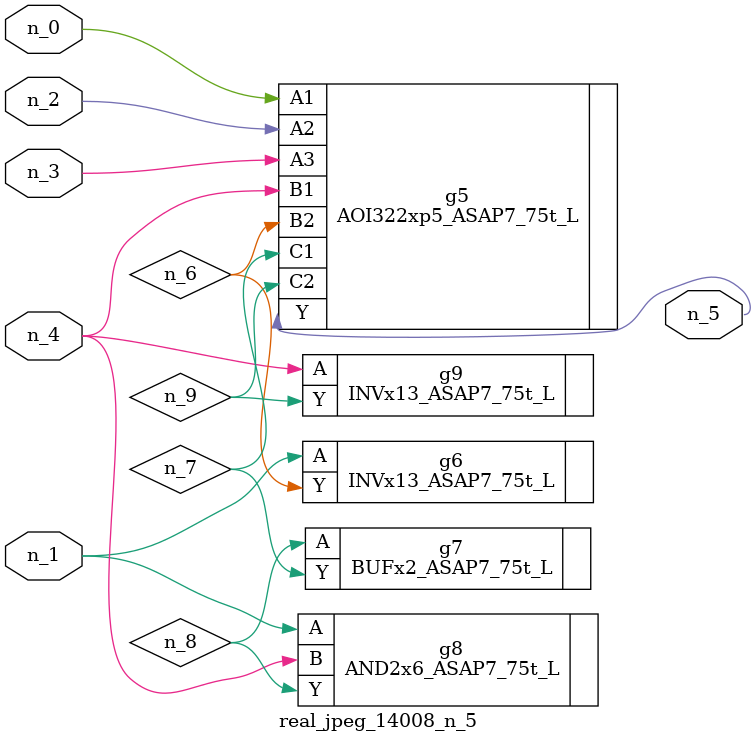
<source format=v>
module real_jpeg_14008_n_5 (n_4, n_0, n_1, n_2, n_3, n_5);

input n_4;
input n_0;
input n_1;
input n_2;
input n_3;

output n_5;

wire n_8;
wire n_6;
wire n_7;
wire n_9;

AOI322xp5_ASAP7_75t_L g5 ( 
.A1(n_0),
.A2(n_2),
.A3(n_3),
.B1(n_4),
.B2(n_6),
.C1(n_7),
.C2(n_9),
.Y(n_5)
);

INVx13_ASAP7_75t_L g6 ( 
.A(n_1),
.Y(n_6)
);

AND2x6_ASAP7_75t_L g8 ( 
.A(n_1),
.B(n_4),
.Y(n_8)
);

INVx13_ASAP7_75t_L g9 ( 
.A(n_4),
.Y(n_9)
);

BUFx2_ASAP7_75t_L g7 ( 
.A(n_8),
.Y(n_7)
);


endmodule
</source>
